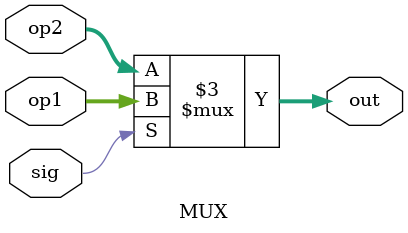
<source format=v>
`timescale 1ns / 1ps


module MUX #(parameter SIZE = 5) (
    input [SIZE-1:0] op1,
    input [SIZE-1:0] op2,
    input sig,
    output reg [SIZE-1:0] out
);
    always @(*) begin
        if (sig)
            out = op1;
        else
            out = op2;
    end
endmodule
</source>
